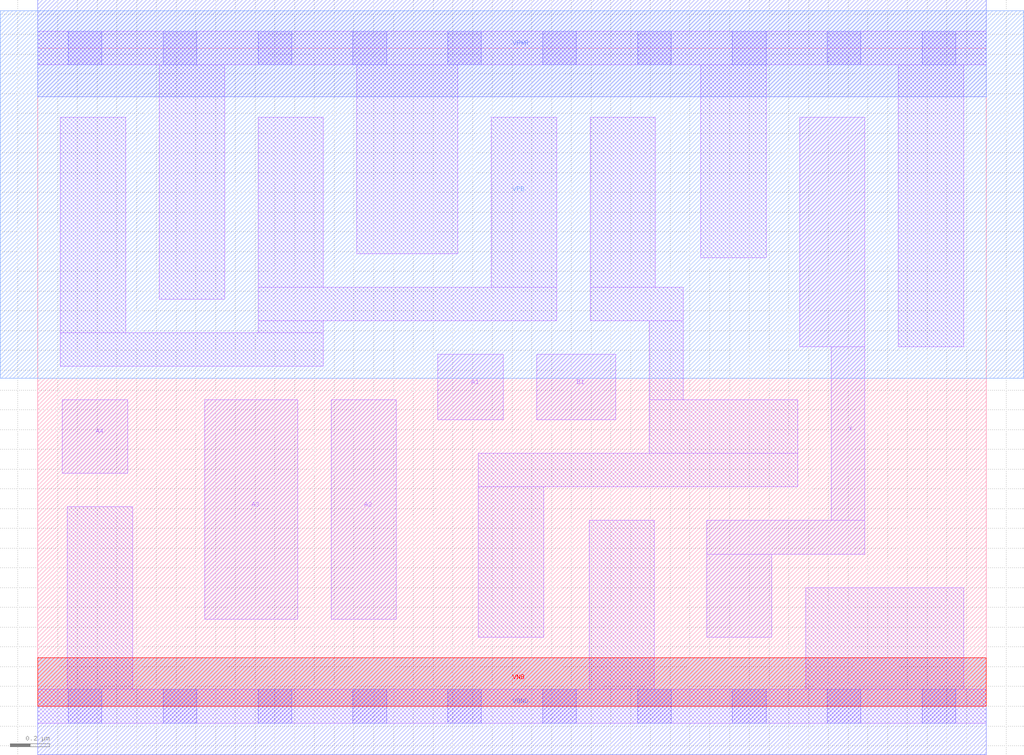
<source format=lef>
# Copyright 2020 The SkyWater PDK Authors
#
# Licensed under the Apache License, Version 2.0 (the "License");
# you may not use this file except in compliance with the License.
# You may obtain a copy of the License at
#
#     https://www.apache.org/licenses/LICENSE-2.0
#
# Unless required by applicable law or agreed to in writing, software
# distributed under the License is distributed on an "AS IS" BASIS,
# WITHOUT WARRANTIES OR CONDITIONS OF ANY KIND, either express or implied.
# See the License for the specific language governing permissions and
# limitations under the License.
#
# SPDX-License-Identifier: Apache-2.0

VERSION 5.7 ;
  NOWIREEXTENSIONATPIN ON ;
  DIVIDERCHAR "/" ;
  BUSBITCHARS "[]" ;
MACRO sky130_fd_sc_ms__a41o_2
  CLASS CORE ;
  FOREIGN sky130_fd_sc_ms__a41o_2 ;
  ORIGIN  0.000000  0.000000 ;
  SIZE  4.800000 BY  3.330000 ;
  SYMMETRY X Y ;
  SITE unit ;
  PIN A1
    ANTENNAGATEAREA  0.291000 ;
    DIRECTION INPUT ;
    USE SIGNAL ;
    PORT
      LAYER li1 ;
        RECT 2.025000 1.450000 2.355000 1.780000 ;
    END
  END A1
  PIN A2
    ANTENNAGATEAREA  0.291000 ;
    DIRECTION INPUT ;
    USE SIGNAL ;
    PORT
      LAYER li1 ;
        RECT 1.485000 0.440000 1.815000 1.550000 ;
    END
  END A2
  PIN A3
    ANTENNAGATEAREA  0.291000 ;
    DIRECTION INPUT ;
    USE SIGNAL ;
    PORT
      LAYER li1 ;
        RECT 0.845000 0.440000 1.315000 1.550000 ;
    END
  END A3
  PIN A4
    ANTENNAGATEAREA  0.291000 ;
    DIRECTION INPUT ;
    USE SIGNAL ;
    PORT
      LAYER li1 ;
        RECT 0.125000 1.180000 0.455000 1.550000 ;
    END
  END A4
  PIN B1
    ANTENNAGATEAREA  0.291000 ;
    DIRECTION INPUT ;
    USE SIGNAL ;
    PORT
      LAYER li1 ;
        RECT 2.525000 1.450000 2.925000 1.780000 ;
    END
  END B1
  PIN X
    ANTENNADIFFAREA  0.605800 ;
    DIRECTION OUTPUT ;
    USE SIGNAL ;
    PORT
      LAYER li1 ;
        RECT 3.385000 0.350000 3.715000 0.770000 ;
        RECT 3.385000 0.770000 4.185000 0.940000 ;
        RECT 3.855000 1.820000 4.185000 2.980000 ;
        RECT 4.015000 0.940000 4.185000 1.820000 ;
    END
  END X
  PIN VGND
    DIRECTION INOUT ;
    USE GROUND ;
    PORT
      LAYER met1 ;
        RECT 0.000000 -0.245000 4.800000 0.245000 ;
    END
  END VGND
  PIN VNB
    DIRECTION INOUT ;
    USE GROUND ;
    PORT
      LAYER pwell ;
        RECT 0.000000 0.000000 4.800000 0.245000 ;
    END
  END VNB
  PIN VPB
    DIRECTION INOUT ;
    USE POWER ;
    PORT
      LAYER nwell ;
        RECT -0.190000 1.660000 4.990000 3.520000 ;
    END
  END VPB
  PIN VPWR
    DIRECTION INOUT ;
    USE POWER ;
    PORT
      LAYER met1 ;
        RECT 0.000000 3.085000 4.800000 3.575000 ;
    END
  END VPWR
  OBS
    LAYER li1 ;
      RECT 0.000000 -0.085000 4.800000 0.085000 ;
      RECT 0.000000  3.245000 4.800000 3.415000 ;
      RECT 0.115000  1.720000 1.445000 1.890000 ;
      RECT 0.115000  1.890000 0.445000 2.980000 ;
      RECT 0.150000  0.085000 0.480000 1.010000 ;
      RECT 0.615000  2.060000 0.945000 3.245000 ;
      RECT 1.115000  1.890000 1.445000 1.950000 ;
      RECT 1.115000  1.950000 2.625000 2.120000 ;
      RECT 1.115000  2.120000 1.445000 2.980000 ;
      RECT 1.615000  2.290000 2.125000 3.245000 ;
      RECT 2.230000  0.350000 2.560000 1.110000 ;
      RECT 2.230000  1.110000 3.845000 1.280000 ;
      RECT 2.295000  2.120000 2.625000 2.980000 ;
      RECT 2.790000  0.085000 3.120000 0.940000 ;
      RECT 2.795000  1.950000 3.265000 2.120000 ;
      RECT 2.795000  2.120000 3.125000 2.980000 ;
      RECT 3.095000  1.280000 3.845000 1.550000 ;
      RECT 3.095000  1.550000 3.265000 1.950000 ;
      RECT 3.355000  2.270000 3.685000 3.245000 ;
      RECT 3.885000  0.085000 4.685000 0.600000 ;
      RECT 4.355000  1.820000 4.685000 3.245000 ;
    LAYER mcon ;
      RECT 0.155000 -0.085000 0.325000 0.085000 ;
      RECT 0.155000  3.245000 0.325000 3.415000 ;
      RECT 0.635000 -0.085000 0.805000 0.085000 ;
      RECT 0.635000  3.245000 0.805000 3.415000 ;
      RECT 1.115000 -0.085000 1.285000 0.085000 ;
      RECT 1.115000  3.245000 1.285000 3.415000 ;
      RECT 1.595000 -0.085000 1.765000 0.085000 ;
      RECT 1.595000  3.245000 1.765000 3.415000 ;
      RECT 2.075000 -0.085000 2.245000 0.085000 ;
      RECT 2.075000  3.245000 2.245000 3.415000 ;
      RECT 2.555000 -0.085000 2.725000 0.085000 ;
      RECT 2.555000  3.245000 2.725000 3.415000 ;
      RECT 3.035000 -0.085000 3.205000 0.085000 ;
      RECT 3.035000  3.245000 3.205000 3.415000 ;
      RECT 3.515000 -0.085000 3.685000 0.085000 ;
      RECT 3.515000  3.245000 3.685000 3.415000 ;
      RECT 3.995000 -0.085000 4.165000 0.085000 ;
      RECT 3.995000  3.245000 4.165000 3.415000 ;
      RECT 4.475000 -0.085000 4.645000 0.085000 ;
      RECT 4.475000  3.245000 4.645000 3.415000 ;
  END
END sky130_fd_sc_ms__a41o_2
END LIBRARY

</source>
